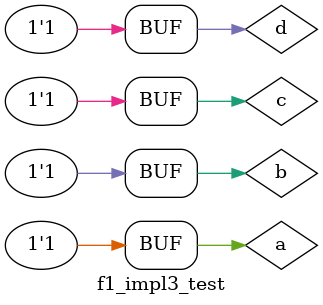
<source format=v>
`timescale 1ns / 1ps


module f1_impl3_test();
    reg     a,b,c,d;
    wire    f1;
    
    f1_impl3 uut(.a(a), .b(b), .c(c), .d(d), .f1(f1));
    
    initial begin
        a=0;    b=0;    c=0;    d=0;    #50;
        a=0;    b=0;    c=0;    d=1;    #50;
        a=0;    b=0;    c=1;    d=0;    #50;
        a=0;    b=0;    c=1;    d=1;    #50;
        a=0;    b=1;    c=0;    d=0;    #50;
        a=0;    b=1;    c=0;    d=1;    #50;
        a=0;    b=1;    c=1;    d=0;    #50;
        a=0;    b=1;    c=1;    d=1;    #50;
        a=1;    b=0;    c=0;    d=0;    #50;
        a=1;    b=0;    c=0;    d=1;    #50;
        a=1;    b=0;    c=1;    d=0;    #50;
        a=1;    b=0;    c=1;    d=1;    #50;
        a=1;    b=1;    c=0;    d=0;    #50;
        a=1;    b=1;    c=0;    d=1;    #50;
        a=1;    b=1;    c=1;    d=0;    #50;
        a=1;    b=1;    c=1;    d=1;    #50;
    end
endmodule

</source>
